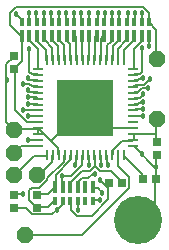
<source format=gtl>
G75*
%MOIN*%
%OFA0B0*%
%FSLAX24Y24*%
%IPPOS*%
%LPD*%
%AMOC8*
5,1,8,0,0,1.08239X$1,22.5*
%
%ADD10R,0.0300X0.0270*%
%ADD11R,0.0150X0.0300*%
%ADD12R,0.0150X0.0400*%
%ADD13R,0.1890X0.1890*%
%ADD14R,0.0354X0.0098*%
%ADD15R,0.0098X0.0354*%
%ADD16R,0.0270X0.0300*%
%ADD17C,0.1600*%
%ADD18OC8,0.0520*%
%ADD19C,0.0050*%
%ADD20C,0.0180*%
D10*
X000755Y001860D03*
X000755Y002280D03*
X001505Y002280D03*
X001505Y001860D03*
X000755Y006480D03*
X000755Y006900D03*
X005505Y004030D03*
X005505Y003610D03*
D11*
X003380Y002095D03*
X003130Y002095D03*
X002880Y002095D03*
X002630Y002095D03*
X002380Y002095D03*
X002130Y002095D03*
X002005Y008045D03*
X001755Y008045D03*
X001505Y008045D03*
X001255Y008045D03*
X001005Y008045D03*
X002255Y008045D03*
X002505Y008045D03*
X002755Y008045D03*
X003005Y008045D03*
X003255Y008045D03*
X003505Y008045D03*
X003755Y008045D03*
X004005Y008045D03*
X004255Y008045D03*
X004505Y008045D03*
X004755Y008045D03*
X005005Y008045D03*
X005255Y008045D03*
D12*
X005255Y007595D03*
X005005Y007595D03*
X004755Y007595D03*
X004505Y007595D03*
X004255Y007595D03*
X004005Y007595D03*
X003755Y007595D03*
X003505Y007595D03*
X003255Y007595D03*
X003005Y007595D03*
X002755Y007595D03*
X002505Y007595D03*
X002255Y007595D03*
X002005Y007595D03*
X001755Y007595D03*
X001505Y007595D03*
X001255Y007595D03*
X001005Y007595D03*
X002130Y002545D03*
X002380Y002545D03*
X002630Y002545D03*
X002880Y002545D03*
X003130Y002545D03*
X003380Y002545D03*
D13*
X003130Y005195D03*
D14*
X001536Y005097D03*
X001536Y005293D03*
X001536Y005490D03*
X001536Y005687D03*
X001536Y005884D03*
X001536Y006081D03*
X001536Y006278D03*
X001536Y006475D03*
X001536Y004900D03*
X001536Y004703D03*
X001536Y004506D03*
X001536Y004309D03*
X001536Y004112D03*
X001536Y003915D03*
X004724Y003915D03*
X004724Y004112D03*
X004724Y004309D03*
X004724Y004506D03*
X004724Y004703D03*
X004724Y004900D03*
X004724Y005097D03*
X004724Y005293D03*
X004724Y005490D03*
X004724Y005687D03*
X004724Y005884D03*
X004724Y006081D03*
X004724Y006278D03*
X004724Y006475D03*
D15*
X004410Y006789D03*
X004213Y006789D03*
X004016Y006789D03*
X003819Y006789D03*
X003622Y006789D03*
X003425Y006789D03*
X003228Y006789D03*
X003032Y006789D03*
X002835Y006789D03*
X002638Y006789D03*
X002441Y006789D03*
X002244Y006789D03*
X002047Y006789D03*
X001850Y006789D03*
X001850Y003601D03*
X002047Y003601D03*
X002244Y003601D03*
X002441Y003601D03*
X002638Y003601D03*
X002835Y003601D03*
X003032Y003601D03*
X003228Y003601D03*
X003425Y003601D03*
X003622Y003601D03*
X003819Y003601D03*
X004016Y003601D03*
X004213Y003601D03*
X004410Y003601D03*
D16*
X004340Y002695D03*
X003920Y002695D03*
X005045Y002820D03*
X005465Y002820D03*
D17*
X004880Y001445D03*
D18*
X001130Y000945D03*
X000755Y002945D03*
X000755Y003695D03*
X000755Y004445D03*
X001505Y002945D03*
X005505Y004820D03*
X005505Y006820D03*
D19*
X005495Y006835D01*
X005495Y007795D01*
X005255Y008035D01*
X005255Y008045D01*
X005255Y008355D01*
X005055Y008555D01*
X000815Y008555D01*
X000615Y008355D01*
X000615Y007955D01*
X000975Y007595D01*
X001005Y007595D01*
X001015Y007595D01*
X001015Y006755D01*
X000775Y006515D01*
X000755Y006480D01*
X000775Y006475D01*
X000775Y005115D01*
X001175Y004715D01*
X001535Y004715D01*
X001536Y004703D01*
X001536Y004900D02*
X001535Y004915D01*
X001215Y004915D01*
X001055Y005115D02*
X001535Y005115D01*
X001536Y005097D01*
X001536Y005293D02*
X001535Y005315D01*
X001215Y005315D01*
X001215Y005555D02*
X001495Y005555D01*
X001535Y005515D01*
X001536Y005490D01*
X001536Y005687D02*
X001535Y005715D01*
X001295Y005715D01*
X001215Y005795D01*
X001335Y005915D02*
X001255Y005995D01*
X001055Y005995D01*
X001215Y006195D02*
X001295Y006115D01*
X001535Y006115D01*
X001536Y006081D01*
X001535Y005915D02*
X001536Y005884D01*
X001535Y005915D02*
X001335Y005915D01*
X001335Y006315D02*
X001535Y006315D01*
X001536Y006278D01*
X001535Y006475D02*
X001536Y006475D01*
X001535Y006475D02*
X001535Y007155D01*
X001255Y007435D01*
X001255Y007595D01*
X001505Y007595D02*
X001535Y007595D01*
X001535Y007395D01*
X001815Y007115D01*
X001815Y006795D01*
X001850Y006789D01*
X002015Y006795D02*
X002047Y006789D01*
X002015Y006795D02*
X002015Y007195D01*
X001775Y007435D01*
X001775Y007595D01*
X001755Y007595D01*
X002005Y007595D02*
X002015Y007595D01*
X002015Y007435D01*
X002215Y007235D01*
X002215Y006795D01*
X002244Y006789D01*
X002415Y006795D02*
X002441Y006789D01*
X002415Y006795D02*
X002415Y007275D01*
X002255Y007435D01*
X002255Y007595D01*
X002505Y007595D02*
X002535Y007595D01*
X002535Y007395D01*
X002615Y007315D01*
X002615Y006795D01*
X002638Y006789D01*
X002815Y006795D02*
X002835Y006789D01*
X002815Y006795D02*
X002815Y007555D01*
X002775Y007595D01*
X002755Y007595D01*
X003005Y007595D02*
X003015Y007595D01*
X003015Y006795D01*
X003032Y006789D01*
X003228Y006789D02*
X003255Y006795D01*
X003255Y007595D01*
X003455Y007555D02*
X003495Y007595D01*
X003505Y007595D01*
X003455Y007555D02*
X003455Y006795D01*
X003425Y006789D01*
X003622Y006789D02*
X003655Y006795D01*
X003655Y007515D01*
X003735Y007595D01*
X003755Y007595D01*
X003975Y007395D02*
X003855Y007275D01*
X003855Y006795D01*
X003819Y006789D01*
X004016Y006789D02*
X004055Y006795D01*
X004055Y007235D01*
X004255Y007435D01*
X004255Y007595D01*
X004495Y007595D02*
X004495Y007435D01*
X004215Y007155D01*
X004215Y006795D01*
X004213Y006789D01*
X004410Y006789D02*
X004415Y006795D01*
X004415Y007115D01*
X004735Y007435D01*
X004735Y007595D01*
X004755Y007595D01*
X004975Y007595D02*
X004975Y007395D01*
X004735Y007155D01*
X004735Y006475D01*
X004724Y006475D01*
X004735Y006315D02*
X004724Y006278D01*
X004735Y006315D02*
X004935Y006315D01*
X005015Y006395D01*
X005015Y007195D01*
X005255Y007235D02*
X005255Y007595D01*
X005005Y007595D02*
X004975Y007595D01*
X005005Y008045D02*
X005015Y008075D01*
X005015Y008355D01*
X004775Y008355D02*
X004775Y008075D01*
X004755Y008045D01*
X004535Y008075D02*
X004535Y008355D01*
X004535Y008075D02*
X004505Y008045D01*
X004255Y008045D02*
X004255Y008355D01*
X004015Y008355D02*
X004015Y008075D01*
X004005Y008045D01*
X003775Y008075D02*
X003775Y008355D01*
X003775Y008075D02*
X003755Y008045D01*
X003535Y008075D02*
X003535Y008355D01*
X003535Y008075D02*
X003505Y008045D01*
X003255Y008045D02*
X003255Y008355D01*
X002975Y008355D02*
X002975Y008075D01*
X003005Y008045D01*
X002755Y008045D02*
X002735Y008075D01*
X002735Y008355D01*
X002495Y008355D02*
X002495Y008075D01*
X002505Y008045D01*
X002255Y008045D02*
X002255Y008355D01*
X001975Y008355D02*
X001975Y008075D01*
X002005Y008045D01*
X001755Y008045D02*
X001735Y008075D01*
X001735Y008355D01*
X001495Y008355D02*
X001495Y008075D01*
X001505Y008045D01*
X001255Y008045D02*
X001255Y008355D01*
X000975Y008155D02*
X000975Y008075D01*
X001005Y008045D01*
X000975Y008155D02*
X000815Y008315D01*
X001255Y007155D02*
X001255Y006395D01*
X001335Y006315D01*
X000735Y006875D02*
X000755Y006900D01*
X000735Y006875D02*
X000495Y006635D01*
X000495Y004715D01*
X000735Y004475D01*
X000755Y004445D01*
X000775Y004475D01*
X001535Y004475D01*
X001536Y004506D01*
X001575Y004475D01*
X001975Y004075D01*
X003095Y005195D01*
X003130Y005195D01*
X003135Y005195D01*
X003815Y004515D01*
X004695Y004515D01*
X004724Y004506D01*
X004735Y004315D02*
X004724Y004309D01*
X004735Y004275D01*
X004735Y004115D01*
X004724Y004112D01*
X004695Y004075D01*
X004335Y004075D01*
X004055Y003795D01*
X004055Y003635D01*
X004016Y003601D01*
X003855Y003595D02*
X003819Y003601D01*
X003855Y003595D02*
X003855Y003315D01*
X003895Y003275D01*
X003975Y003075D02*
X003615Y003075D01*
X003455Y003235D01*
X003295Y003075D01*
X003015Y003075D01*
X002655Y002715D01*
X002655Y002555D01*
X002630Y002545D01*
X002380Y002545D02*
X002375Y002555D01*
X002335Y002595D01*
X002335Y002915D01*
X002655Y002915D01*
X003015Y003275D01*
X003015Y003595D01*
X003032Y003601D01*
X003228Y003601D02*
X003255Y003595D01*
X003255Y003275D01*
X003455Y003235D02*
X003455Y003595D01*
X003425Y003601D01*
X003622Y003601D02*
X003655Y003595D01*
X003655Y003275D01*
X003455Y002995D02*
X003375Y002995D01*
X003215Y002835D01*
X003015Y002835D01*
X002895Y002715D01*
X002895Y002555D01*
X002880Y002545D01*
X002880Y002095D02*
X002895Y002075D01*
X002895Y001795D01*
X002855Y001595D02*
X003335Y001595D01*
X003895Y002155D01*
X003895Y002515D01*
X003615Y002795D01*
X003535Y002515D02*
X003415Y002515D01*
X003380Y002545D01*
X003535Y002515D02*
X003695Y002355D01*
X003615Y002115D02*
X003415Y002115D01*
X003380Y002095D01*
X003375Y002115D01*
X003895Y002515D02*
X003895Y002675D01*
X003920Y002695D01*
X003975Y003075D02*
X004335Y002715D01*
X004340Y002695D01*
X004575Y002515D02*
X003015Y000955D01*
X001135Y000955D01*
X001130Y000945D01*
X001335Y001635D02*
X002015Y001635D01*
X002175Y001795D01*
X002375Y001995D01*
X002375Y002075D01*
X002380Y002095D01*
X002130Y002095D02*
X002095Y002075D01*
X001895Y001875D01*
X001535Y001875D01*
X001505Y001860D01*
X001495Y001875D01*
X001255Y002115D01*
X001255Y002435D01*
X001335Y002515D01*
X001575Y002515D01*
X001855Y002795D01*
X001855Y002835D01*
X002415Y003395D01*
X002415Y003595D01*
X002441Y003601D01*
X002615Y003595D02*
X002615Y003435D01*
X002135Y002955D01*
X002135Y002555D01*
X002130Y002545D01*
X002095Y002515D01*
X001895Y002315D01*
X001535Y002315D01*
X001505Y002280D01*
X001135Y001835D02*
X001335Y001635D01*
X001135Y001835D02*
X000775Y001835D01*
X000755Y001860D01*
X000755Y002280D02*
X000775Y002315D01*
X001055Y002315D01*
X000755Y002945D02*
X000775Y002955D01*
X001415Y003595D01*
X001815Y003595D01*
X001850Y003601D01*
X002015Y003595D02*
X002015Y003395D01*
X001535Y002915D01*
X001505Y002945D01*
X002015Y003595D02*
X002047Y003601D01*
X002215Y003635D02*
X002215Y003835D01*
X001975Y004075D01*
X002215Y003635D02*
X002244Y003601D01*
X002615Y003595D02*
X002638Y003601D01*
X002815Y003595D02*
X002815Y003315D01*
X002775Y003275D01*
X002815Y003595D02*
X002835Y003601D01*
X002630Y002095D02*
X002655Y002075D01*
X002655Y001795D01*
X002855Y001595D01*
X004215Y003235D02*
X004575Y002875D01*
X004575Y002515D01*
X005015Y002835D02*
X005045Y002820D01*
X005015Y002835D02*
X005015Y002995D01*
X004415Y003595D01*
X004410Y003601D01*
X004215Y003595D02*
X004213Y003601D01*
X004215Y003595D02*
X004215Y003235D01*
X004724Y003915D02*
X004735Y003915D01*
X005495Y003155D01*
X005495Y002835D01*
X005465Y002820D01*
X005455Y002795D01*
X005455Y002035D01*
X004895Y001475D01*
X004880Y001445D01*
X005495Y003155D02*
X005495Y003595D01*
X005505Y003610D01*
X005505Y004030D02*
X005495Y004035D01*
X005495Y004315D01*
X004735Y004315D01*
X004724Y004900D02*
X004735Y004915D01*
X005055Y004915D01*
X005055Y005155D02*
X004775Y005155D01*
X004735Y005115D01*
X004724Y005097D01*
X004724Y005293D02*
X004735Y005315D01*
X004895Y005315D01*
X004975Y005395D01*
X005055Y005395D01*
X004935Y005515D02*
X005055Y005635D01*
X004935Y005515D02*
X004735Y005515D01*
X004724Y005490D01*
X004724Y005687D02*
X004735Y005715D01*
X004895Y005715D01*
X005015Y005835D01*
X005215Y005835D01*
X005095Y005955D02*
X004775Y005955D01*
X004735Y005915D01*
X004724Y005884D01*
X004724Y006081D02*
X004735Y006115D01*
X004895Y006115D01*
X004975Y006195D01*
X005055Y006195D01*
X005095Y005955D02*
X005295Y006155D01*
X005505Y004820D02*
X005495Y004795D01*
X005495Y004315D01*
X003975Y007395D02*
X003975Y007595D01*
X004005Y007595D01*
X004495Y007595D02*
X004505Y007595D01*
X001535Y004475D02*
X001535Y004315D01*
X001536Y004309D01*
X001535Y004115D02*
X001536Y004112D01*
X001535Y004115D02*
X001215Y004115D01*
X000975Y003915D02*
X000755Y003695D01*
X000975Y003915D02*
X001535Y003915D01*
X001536Y003915D01*
D20*
X001215Y004115D03*
X001215Y004915D03*
X001055Y005115D03*
X001215Y005315D03*
X001215Y005555D03*
X001215Y005795D03*
X001055Y005995D03*
X001215Y006195D03*
X001255Y007155D03*
X000505Y006120D03*
X000815Y008315D03*
X001255Y008355D03*
X001495Y008355D03*
X001735Y008355D03*
X001975Y008355D03*
X002255Y008355D03*
X002495Y008355D03*
X002735Y008355D03*
X002975Y008355D03*
X003255Y008355D03*
X003535Y008355D03*
X003775Y008355D03*
X004015Y008355D03*
X004255Y008355D03*
X004535Y008355D03*
X004775Y008355D03*
X005015Y008355D03*
X005255Y007235D03*
X005015Y007195D03*
X005055Y006195D03*
X005295Y006155D03*
X005215Y005835D03*
X005055Y005635D03*
X005055Y005395D03*
X005055Y005155D03*
X005055Y004915D03*
X005005Y003650D03*
X005485Y003210D03*
X003895Y003275D03*
X003655Y003275D03*
X003455Y002995D03*
X003615Y002795D03*
X003695Y002355D03*
X003615Y002115D03*
X002895Y001795D03*
X002175Y001795D03*
X002335Y002915D03*
X002775Y003275D03*
X003255Y003275D03*
X001055Y002315D03*
M02*

</source>
